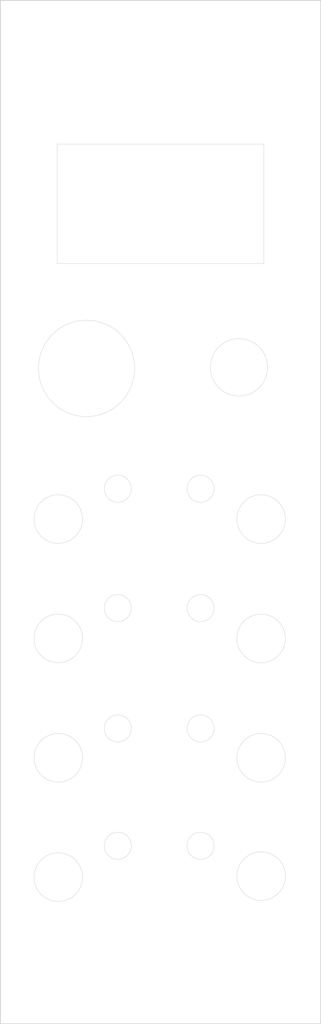
<source format=kicad_pcb>
(kicad_pcb
	(version 20241229)
	(generator "pcbnew")
	(generator_version "9.0")
	(general
		(thickness 1.6)
		(legacy_teardrops no)
	)
	(paper "A4")
	(layers
		(0 "F.Cu" signal)
		(2 "B.Cu" signal)
		(9 "F.Adhes" user "F.Adhesive")
		(11 "B.Adhes" user "B.Adhesive")
		(13 "F.Paste" user)
		(15 "B.Paste" user)
		(5 "F.SilkS" user "F.Silkscreen")
		(7 "B.SilkS" user "B.Silkscreen")
		(1 "F.Mask" user)
		(3 "B.Mask" user)
		(17 "Dwgs.User" user "User.Drawings")
		(19 "Cmts.User" user "User.Comments")
		(21 "Eco1.User" user "User.Eco1")
		(23 "Eco2.User" user "User.Eco2")
		(25 "Edge.Cuts" user)
		(27 "Margin" user)
		(31 "F.CrtYd" user "F.Courtyard")
		(29 "B.CrtYd" user "B.Courtyard")
		(35 "F.Fab" user)
		(33 "B.Fab" user)
		(39 "User.1" user)
		(41 "User.2" user)
		(43 "User.3" user)
		(45 "User.4" user)
	)
	(setup
		(pad_to_mask_clearance 0)
		(allow_soldermask_bridges_in_footprints no)
		(tenting front back)
		(pcbplotparams
			(layerselection 0x00000000_00000000_55555555_5755f5ff)
			(plot_on_all_layers_selection 0x00000000_00000000_00000000_00000000)
			(disableapertmacros no)
			(usegerberextensions no)
			(usegerberattributes yes)
			(usegerberadvancedattributes yes)
			(creategerberjobfile yes)
			(dashed_line_dash_ratio 12.000000)
			(dashed_line_gap_ratio 3.000000)
			(svgprecision 4)
			(plotframeref no)
			(mode 1)
			(useauxorigin no)
			(hpglpennumber 1)
			(hpglpenspeed 20)
			(hpglpendiameter 15.000000)
			(pdf_front_fp_property_popups yes)
			(pdf_back_fp_property_popups yes)
			(pdf_metadata yes)
			(pdf_single_document no)
			(dxfpolygonmode yes)
			(dxfimperialunits yes)
			(dxfusepcbnewfont yes)
			(psnegative no)
			(psa4output no)
			(plot_black_and_white yes)
			(sketchpadsonfab no)
			(plotpadnumbers no)
			(hidednponfab no)
			(sketchdnponfab yes)
			(crossoutdnponfab yes)
			(subtractmaskfromsilk no)
			(outputformat 1)
			(mirror no)
			(drillshape 1)
			(scaleselection 1)
			(outputdirectory "")
		)
	)
	(net 0 "")
	(gr_rect
		(start 31.074 157.989)
		(end 71.359 165.989)
		(stroke
			(width 0.05)
			(type dash_dot)
		)
		(fill no)
		(layer "Dwgs.User")
		(uuid "156aaee3-ae4d-4893-a297-1346dad93ece")
	)
	(gr_rect
		(start 31.074 37.489)
		(end 71.384 45.489)
		(stroke
			(width 0.05)
			(type dash_dot)
		)
		(fill no)
		(layer "Dwgs.User")
		(uuid "6fc4523a-2556-4f17-881a-6689bbb1f837")
	)
	(gr_circle
		(center 56.261 128.905)
		(end 57.961 128.905)
		(stroke
			(width 0.05)
			(type solid)
		)
		(fill no)
		(layer "Edge.Cuts")
		(uuid "139724db-7812-4559-8801-bc988d88fc73")
	)
	(gr_circle
		(center 38.354 147.574)
		(end 41.404 147.574)
		(stroke
			(width 0.05)
			(type solid)
		)
		(fill no)
		(layer "Edge.Cuts")
		(uuid "2c84024d-b9c6-4a73-ba97-df5b6087d730")
	)
	(gr_circle
		(center 56.261 143.637)
		(end 57.961 143.637)
		(stroke
			(width 0.05)
			(type solid)
		)
		(fill no)
		(layer "Edge.Cuts")
		(uuid "328c825f-a426-4869-8cde-feecc8836d0e")
	)
	(gr_circle
		(center 63.881 132.588)
		(end 66.931 132.588)
		(stroke
			(width 0.05)
			(type solid)
		)
		(fill no)
		(layer "Edge.Cuts")
		(uuid "3953cbfc-5668-4d3c-9242-b1d12a5c7907")
	)
	(gr_circle
		(center 63.881 117.602)
		(end 66.931 117.602)
		(stroke
			(width 0.05)
			(type solid)
		)
		(fill no)
		(layer "Edge.Cuts")
		(uuid "3beff0a2-87b3-4865-a3da-760501eaf6c0")
	)
	(gr_circle
		(center 63.881 102.616)
		(end 66.931 102.616)
		(stroke
			(width 0.05)
			(type solid)
		)
		(fill no)
		(layer "Edge.Cuts")
		(uuid "4490eaf5-9dbe-4635-a0e5-3cc9198c9fe7")
	)
	(gr_circle
		(center 45.847 128.905)
		(end 47.547 128.905)
		(stroke
			(width 0.05)
			(type solid)
		)
		(fill no)
		(layer "Edge.Cuts")
		(uuid "4ccbed31-08b8-48ee-a5a9-239165439869")
	)
	(gr_circle
		(center 63.881 147.447)
		(end 66.931 147.447)
		(stroke
			(width 0.05)
			(type solid)
		)
		(fill no)
		(layer "Edge.Cuts")
		(uuid "50318940-9128-48c6-bffe-fa7b267d6cb1")
	)
	(gr_circle
		(center 61.087 83.566)
		(end 64.687 83.566)
		(stroke
			(width 0.05)
			(type solid)
		)
		(fill no)
		(layer "Edge.Cuts")
		(uuid "56b86a02-5a23-49db-877d-f1905d89ea5d")
	)
	(gr_rect
		(start 38.214 55.539)
		(end 64.214 70.539)
		(stroke
			(width 0.05)
			(type solid)
		)
		(fill no)
		(layer "Edge.Cuts")
		(uuid "6437afe8-c820-4b16-9290-9c09d64c8a55")
	)
	(gr_circle
		(center 56.261 98.806)
		(end 57.961 98.806)
		(stroke
			(width 0.05)
			(type solid)
		)
		(fill no)
		(layer "Edge.Cuts")
		(uuid "6f872979-bba1-4d3b-ad3c-ca87f4addfce")
	)
	(gr_circle
		(center 38.354 132.588)
		(end 41.404 132.588)
		(stroke
			(width 0.05)
			(type solid)
		)
		(fill no)
		(layer "Edge.Cuts")
		(uuid "82e53b72-a2e7-4837-90f3-3ef975c7ed79")
	)
	(gr_circle
		(center 56.261 113.792)
		(end 57.961 113.792)
		(stroke
			(width 0.05)
			(type solid)
		)
		(fill no)
		(layer "Edge.Cuts")
		(uuid "889ae3e0-7bd4-478e-9f8c-7d239b676c17")
	)
	(gr_circle
		(center 38.354 117.602)
		(end 41.404 117.602)
		(stroke
			(width 0.05)
			(type solid)
		)
		(fill no)
		(layer "Edge.Cuts")
		(uuid "99b782ab-2ff1-4a38-b6d5-d48ff147b2f0")
	)
	(gr_circle
		(center 45.847 113.792)
		(end 47.547 113.792)
		(stroke
			(width 0.05)
			(type solid)
		)
		(fill no)
		(layer "Edge.Cuts")
		(uuid "b789b6ce-8e15-4c7e-a93d-7ae1c7218243")
	)
	(gr_circle
		(center 38.354 102.616)
		(end 41.404 102.616)
		(stroke
			(width 0.05)
			(type solid)
		)
		(fill no)
		(layer "Edge.Cuts")
		(uuid "bf3d1934-7089-46f4-929b-b78384b19c7c")
	)
	(gr_circle
		(center 45.847 98.806)
		(end 47.547 98.806)
		(stroke
			(width 0.05)
			(type solid)
		)
		(fill no)
		(layer "Edge.Cuts")
		(uuid "cce5b225-36f4-4914-9f47-120dae32bc55")
	)
	(gr_rect
		(start 31.074 37.489)
		(end 71.374 165.989)
		(stroke
			(width 0.1)
			(type solid)
		)
		(fill no)
		(layer "Edge.Cuts")
		(uuid "ce824eef-6d84-49e9-894c-7c0df9d1ecd6")
	)
	(gr_circle
		(center 45.847 143.637)
		(end 47.547 143.637)
		(stroke
			(width 0.05)
			(type solid)
		)
		(fill no)
		(layer "Edge.Cuts")
		(uuid "e6b5368a-625a-4461-9985-b78beffdafc6")
	)
	(gr_circle
		(center 41.91 83.693)
		(end 47.96 83.693)
		(stroke
			(width 0.05)
			(type solid)
		)
		(fill no)
		(layer "Edge.Cuts")
		(uuid "f371a4b5-3a87-4d54-bf1a-09ea98e68fd4")
	)
	(embedded_fonts no)
)

</source>
